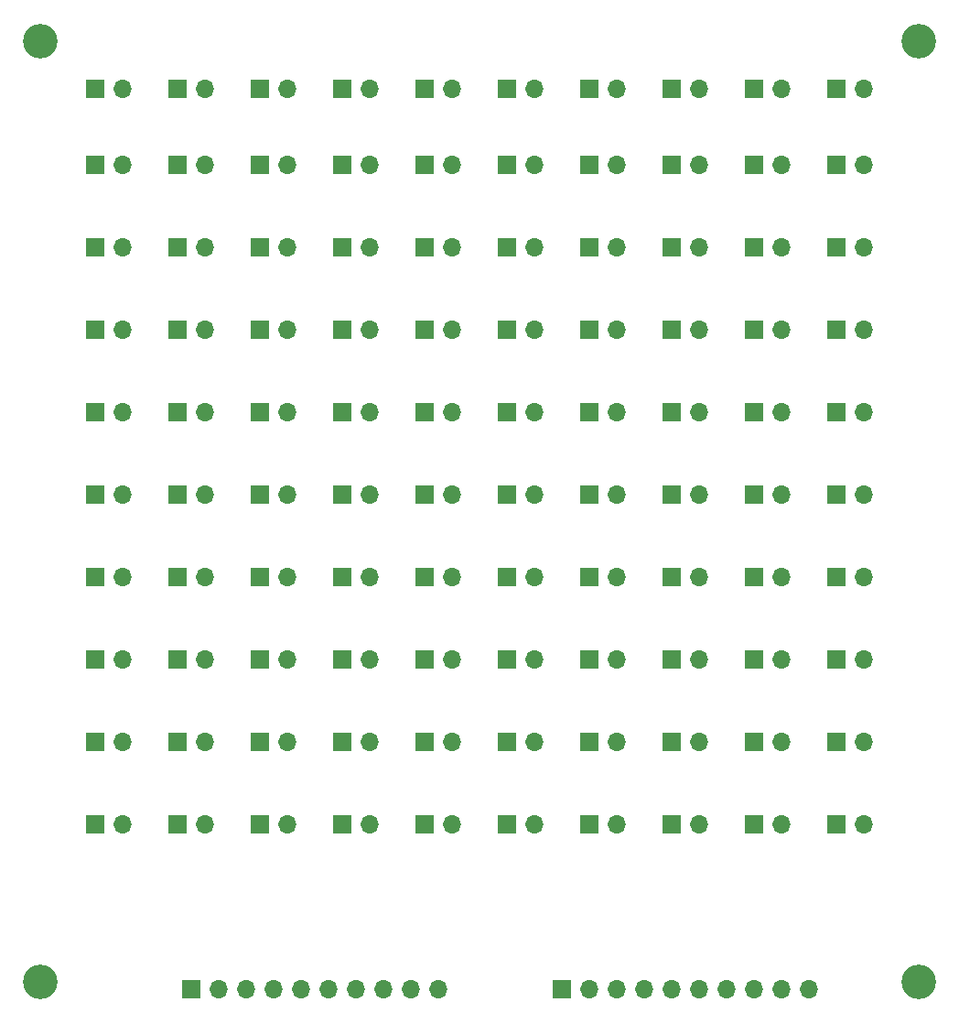
<source format=gbr>
%TF.GenerationSoftware,KiCad,Pcbnew,6.0.11+dfsg-1*%
%TF.CreationDate,2025-10-30T18:07:19+01:00*%
%TF.ProjectId,matrice,6d617472-6963-4652-9e6b-696361645f70,rev?*%
%TF.SameCoordinates,Original*%
%TF.FileFunction,Soldermask,Bot*%
%TF.FilePolarity,Negative*%
%FSLAX46Y46*%
G04 Gerber Fmt 4.6, Leading zero omitted, Abs format (unit mm)*
G04 Created by KiCad (PCBNEW 6.0.11+dfsg-1) date 2025-10-30 18:07:19*
%MOMM*%
%LPD*%
G01*
G04 APERTURE LIST*
%ADD10R,1.700000X1.700000*%
%ADD11O,1.700000X1.700000*%
%ADD12C,3.200000*%
G04 APERTURE END LIST*
D10*
%TO.C,REF\u002A\u002A*%
X139700000Y-60960000D03*
D11*
X142240000Y-60960000D03*
%TD*%
D10*
%TO.C,REF\u002A\u002A*%
X162540000Y-53950000D03*
D11*
X165080000Y-53950000D03*
%TD*%
D10*
%TO.C,REF\u002A\u002A*%
X109220000Y-68580000D03*
D11*
X111760000Y-68580000D03*
%TD*%
D10*
%TO.C,REF\u002A\u002A*%
X147320000Y-60960000D03*
D11*
X149860000Y-60960000D03*
%TD*%
D10*
%TO.C,REF\u002A\u002A*%
X101580000Y-99060000D03*
D11*
X104120000Y-99060000D03*
%TD*%
D10*
%TO.C,REF\u002A\u002A*%
X139700000Y-53950000D03*
D11*
X142240000Y-53950000D03*
%TD*%
D10*
%TO.C,REF\u002A\u002A*%
X170160000Y-99060000D03*
D11*
X172700000Y-99060000D03*
%TD*%
D10*
%TO.C,REF\u002A\u002A*%
X170160000Y-60960000D03*
D11*
X172700000Y-60960000D03*
%TD*%
D10*
%TO.C,REF\u002A\u002A*%
X124460000Y-68580000D03*
D11*
X127000000Y-68580000D03*
%TD*%
D10*
%TO.C,REF\u002A\u002A*%
X139700000Y-68580000D03*
D11*
X142240000Y-68580000D03*
%TD*%
D10*
%TO.C,REF\u002A\u002A*%
X109220000Y-83820000D03*
D11*
X111760000Y-83820000D03*
%TD*%
D10*
%TO.C,REF\u002A\u002A*%
X154920000Y-60960000D03*
D11*
X157460000Y-60960000D03*
%TD*%
D10*
%TO.C,REF\u002A\u002A*%
X109220000Y-99060000D03*
D11*
X111760000Y-99060000D03*
%TD*%
D10*
%TO.C,REF\u002A\u002A*%
X147320000Y-76200000D03*
D11*
X149860000Y-76200000D03*
%TD*%
D10*
%TO.C,REF\u002A\u002A*%
X109220000Y-91440000D03*
D11*
X111760000Y-91440000D03*
%TD*%
D10*
%TO.C,REF\u002A\u002A*%
X139700000Y-91440000D03*
D11*
X142240000Y-91440000D03*
%TD*%
D10*
%TO.C,REF\u002A\u002A*%
X109220000Y-114300000D03*
D11*
X111760000Y-114300000D03*
%TD*%
D10*
%TO.C,REF\u002A\u002A*%
X154920000Y-114300000D03*
D11*
X157460000Y-114300000D03*
%TD*%
D10*
%TO.C,REF\u002A\u002A*%
X101580000Y-53950000D03*
D11*
X104120000Y-53950000D03*
%TD*%
D10*
%TO.C,REF\u002A\u002A*%
X116820000Y-68580000D03*
D11*
X119360000Y-68580000D03*
%TD*%
D10*
%TO.C,REF\u002A\u002A*%
X170160000Y-76200000D03*
D11*
X172700000Y-76200000D03*
%TD*%
D10*
%TO.C,REF\u002A\u002A*%
X116820000Y-76200000D03*
D11*
X119360000Y-76200000D03*
%TD*%
D10*
%TO.C,REF\u002A\u002A*%
X116820000Y-121920000D03*
D11*
X119360000Y-121920000D03*
%TD*%
D10*
%TO.C,REF\u002A\u002A*%
X109220000Y-106680000D03*
D11*
X111760000Y-106680000D03*
%TD*%
D10*
%TO.C,REF\u002A\u002A*%
X132060000Y-121920000D03*
D11*
X134600000Y-121920000D03*
%TD*%
D12*
%TO.C,REF\u002A\u002A*%
X96520000Y-49530000D03*
%TD*%
D10*
%TO.C,REF\u002A\u002A*%
X147320000Y-114300000D03*
D11*
X149860000Y-114300000D03*
%TD*%
D10*
%TO.C,REF\u002A\u002A*%
X154920000Y-121920000D03*
D11*
X157460000Y-121920000D03*
%TD*%
D10*
%TO.C,REF\u002A\u002A*%
X139700000Y-99060000D03*
D11*
X142240000Y-99060000D03*
%TD*%
D10*
%TO.C,REF\u002A\u002A*%
X154920000Y-53950000D03*
D11*
X157460000Y-53950000D03*
%TD*%
D10*
%TO.C,REF\u002A\u002A*%
X147320000Y-83820000D03*
D11*
X149860000Y-83820000D03*
%TD*%
D10*
%TO.C,REF\u002A\u002A*%
X170160000Y-114300000D03*
D11*
X172700000Y-114300000D03*
%TD*%
D10*
%TO.C,REF\u002A\u002A*%
X139700000Y-83820000D03*
D11*
X142240000Y-83820000D03*
%TD*%
D10*
%TO.C,REF\u002A\u002A*%
X132060000Y-68580000D03*
D11*
X134600000Y-68580000D03*
%TD*%
D10*
%TO.C,REF\u002A\u002A*%
X147320000Y-121920000D03*
D11*
X149860000Y-121920000D03*
%TD*%
D10*
%TO.C,REF\u002A\u002A*%
X101580000Y-83820000D03*
D11*
X104120000Y-83820000D03*
%TD*%
D10*
%TO.C,REF\u002A\u002A*%
X147320000Y-53950000D03*
D11*
X149860000Y-53950000D03*
%TD*%
D12*
%TO.C,REF\u002A\u002A*%
X96520000Y-136525000D03*
%TD*%
D10*
%TO.C,REF\u002A\u002A*%
X170160000Y-106680000D03*
D11*
X172700000Y-106680000D03*
%TD*%
D10*
%TO.C,REF\u002A\u002A*%
X170160000Y-68580000D03*
D11*
X172700000Y-68580000D03*
%TD*%
D10*
%TO.C,REF\u002A\u002A*%
X132060000Y-91440000D03*
D11*
X134600000Y-91440000D03*
%TD*%
D10*
%TO.C,REF\u002A\u002A*%
X139700000Y-106680000D03*
D11*
X142240000Y-106680000D03*
%TD*%
D10*
%TO.C,REF\u002A\u002A*%
X124460000Y-121920000D03*
D11*
X127000000Y-121920000D03*
%TD*%
D10*
%TO.C,REF\u002A\u002A*%
X162540000Y-60960000D03*
D11*
X165080000Y-60960000D03*
%TD*%
D10*
%TO.C,REF\u002A\u002A*%
X162540000Y-76200000D03*
D11*
X165080000Y-76200000D03*
%TD*%
D10*
%TO.C,REF\u002A\u002A*%
X170160000Y-91440000D03*
D11*
X172700000Y-91440000D03*
%TD*%
D10*
%TO.C,REF\u002A\u002A*%
X109220000Y-121920000D03*
D11*
X111760000Y-121920000D03*
%TD*%
D10*
%TO.C,REF\u002A\u002A*%
X154920000Y-83820000D03*
D11*
X157460000Y-83820000D03*
%TD*%
D10*
%TO.C,REF\u002A\u002A*%
X170160000Y-83820000D03*
D11*
X172700000Y-83820000D03*
%TD*%
D10*
%TO.C,REF\u002A\u002A*%
X162540000Y-91440000D03*
D11*
X165080000Y-91440000D03*
%TD*%
D10*
%TO.C,REF\u002A\u002A*%
X132060000Y-53950000D03*
D11*
X134600000Y-53950000D03*
%TD*%
D10*
%TO.C,REF\u002A\u002A*%
X116820000Y-91440000D03*
D11*
X119360000Y-91440000D03*
%TD*%
D10*
%TO.C,REF\u002A\u002A*%
X124460000Y-83820000D03*
D11*
X127000000Y-83820000D03*
%TD*%
D10*
%TO.C,REF\u002A\u002A*%
X101580000Y-114300000D03*
D11*
X104120000Y-114300000D03*
%TD*%
D10*
%TO.C,REF\u002A\u002A*%
X109220000Y-60960000D03*
D11*
X111760000Y-60960000D03*
%TD*%
D10*
%TO.C,REF\u002A\u002A*%
X154920000Y-106680000D03*
D11*
X157460000Y-106680000D03*
%TD*%
D10*
%TO.C,REF\u002A\u002A*%
X147320000Y-91440000D03*
D11*
X149860000Y-91440000D03*
%TD*%
D10*
%TO.C,REF\u002A\u002A*%
X144810000Y-137135000D03*
D11*
X147350000Y-137135000D03*
X149890000Y-137135000D03*
X152430000Y-137135000D03*
X154970000Y-137135000D03*
X157510000Y-137135000D03*
X160050000Y-137135000D03*
X162590000Y-137135000D03*
X165130000Y-137135000D03*
X167670000Y-137135000D03*
%TD*%
D10*
%TO.C,REF\u002A\u002A*%
X147320000Y-68580000D03*
D11*
X149860000Y-68580000D03*
%TD*%
D10*
%TO.C,REF\u002A\u002A*%
X101580000Y-68580000D03*
D11*
X104120000Y-68580000D03*
%TD*%
D10*
%TO.C,REF\u002A\u002A*%
X147320000Y-99060000D03*
D11*
X149860000Y-99060000D03*
%TD*%
D10*
%TO.C,REF\u002A\u002A*%
X124460000Y-53950000D03*
D11*
X127000000Y-53950000D03*
%TD*%
D10*
%TO.C,REF\u002A\u002A*%
X154920000Y-76200000D03*
D11*
X157460000Y-76200000D03*
%TD*%
D10*
%TO.C,REF\u002A\u002A*%
X124460000Y-106680000D03*
D11*
X127000000Y-106680000D03*
%TD*%
D10*
%TO.C,REF\u002A\u002A*%
X154920000Y-91440000D03*
D11*
X157460000Y-91440000D03*
%TD*%
D10*
%TO.C,REF\u002A\u002A*%
X162540000Y-121920000D03*
D11*
X165080000Y-121920000D03*
%TD*%
D10*
%TO.C,REF\u002A\u002A*%
X116820000Y-60960000D03*
D11*
X119360000Y-60960000D03*
%TD*%
D10*
%TO.C,REF\u002A\u002A*%
X124460000Y-91440000D03*
D11*
X127000000Y-91440000D03*
%TD*%
D10*
%TO.C,REF\u002A\u002A*%
X162540000Y-99060000D03*
D11*
X165080000Y-99060000D03*
%TD*%
D10*
%TO.C,REF\u002A\u002A*%
X124460000Y-60960000D03*
D11*
X127000000Y-60960000D03*
%TD*%
D10*
%TO.C,REF\u002A\u002A*%
X162540000Y-114300000D03*
D11*
X165080000Y-114300000D03*
%TD*%
D10*
%TO.C,REF\u002A\u002A*%
X132060000Y-106680000D03*
D11*
X134600000Y-106680000D03*
%TD*%
D10*
%TO.C,REF\u002A\u002A*%
X170160000Y-53950000D03*
D11*
X172700000Y-53950000D03*
%TD*%
D10*
%TO.C,REF\u002A\u002A*%
X101580000Y-106680000D03*
D11*
X104120000Y-106680000D03*
%TD*%
D10*
%TO.C,REF\u002A\u002A*%
X132060000Y-83820000D03*
D11*
X134600000Y-83820000D03*
%TD*%
D10*
%TO.C,REF\u002A\u002A*%
X132060000Y-60960000D03*
D11*
X134600000Y-60960000D03*
%TD*%
D10*
%TO.C,REF\u002A\u002A*%
X116820000Y-106680000D03*
D11*
X119360000Y-106680000D03*
%TD*%
D10*
%TO.C,REF\u002A\u002A*%
X170160000Y-121920000D03*
D11*
X172700000Y-121920000D03*
%TD*%
D10*
%TO.C,REF\u002A\u002A*%
X101580000Y-91440000D03*
D11*
X104120000Y-91440000D03*
%TD*%
D10*
%TO.C,REF\u002A\u002A*%
X116820000Y-114300000D03*
D11*
X119360000Y-114300000D03*
%TD*%
D10*
%TO.C,REF\u002A\u002A*%
X139700000Y-114300000D03*
D11*
X142240000Y-114300000D03*
%TD*%
D10*
%TO.C,REF\u002A\u002A*%
X162540000Y-106680000D03*
D11*
X165080000Y-106680000D03*
%TD*%
D10*
%TO.C,REF\u002A\u002A*%
X124460000Y-99060000D03*
D11*
X127000000Y-99060000D03*
%TD*%
D10*
%TO.C,REF\u002A\u002A*%
X101580000Y-121920000D03*
D11*
X104120000Y-121920000D03*
%TD*%
D10*
%TO.C,REF\u002A\u002A*%
X132060000Y-99060000D03*
D11*
X134600000Y-99060000D03*
%TD*%
D10*
%TO.C,REF\u002A\u002A*%
X132060000Y-114300000D03*
D11*
X134600000Y-114300000D03*
%TD*%
D10*
%TO.C,REF\u002A\u002A*%
X109220000Y-76200000D03*
D11*
X111760000Y-76200000D03*
%TD*%
D10*
%TO.C,REF\u002A\u002A*%
X139700000Y-121920000D03*
D11*
X142240000Y-121920000D03*
%TD*%
D10*
%TO.C,REF\u002A\u002A*%
X162540000Y-68580000D03*
D11*
X165080000Y-68580000D03*
%TD*%
D10*
%TO.C,REF\u002A\u002A*%
X101580000Y-60960000D03*
D11*
X104120000Y-60960000D03*
%TD*%
D10*
%TO.C,REF\u002A\u002A*%
X162540000Y-83820000D03*
D11*
X165080000Y-83820000D03*
%TD*%
D12*
%TO.C,REF\u002A\u002A*%
X177800000Y-49530000D03*
%TD*%
D10*
%TO.C,REF\u002A\u002A*%
X147320000Y-106680000D03*
D11*
X149860000Y-106680000D03*
%TD*%
D10*
%TO.C,REF\u002A\u002A*%
X110520000Y-137135000D03*
D11*
X113060000Y-137135000D03*
X115600000Y-137135000D03*
X118140000Y-137135000D03*
X120680000Y-137135000D03*
X123220000Y-137135000D03*
X125760000Y-137135000D03*
X128300000Y-137135000D03*
X130840000Y-137135000D03*
X133380000Y-137135000D03*
%TD*%
D10*
%TO.C,REF\u002A\u002A*%
X116820000Y-99060000D03*
D11*
X119360000Y-99060000D03*
%TD*%
D10*
%TO.C,REF\u002A\u002A*%
X101580000Y-76200000D03*
D11*
X104120000Y-76200000D03*
%TD*%
D10*
%TO.C,REF\u002A\u002A*%
X109220000Y-53950000D03*
D11*
X111760000Y-53950000D03*
%TD*%
D10*
%TO.C,REF\u002A\u002A*%
X154920000Y-68580000D03*
D11*
X157460000Y-68580000D03*
%TD*%
D10*
%TO.C,REF\u002A\u002A*%
X116820000Y-53950000D03*
D11*
X119360000Y-53950000D03*
%TD*%
D10*
%TO.C,REF\u002A\u002A*%
X139700000Y-76200000D03*
D11*
X142240000Y-76200000D03*
%TD*%
D10*
%TO.C,REF\u002A\u002A*%
X124460000Y-76200000D03*
D11*
X127000000Y-76200000D03*
%TD*%
D12*
%TO.C,REF\u002A\u002A*%
X177800000Y-136525000D03*
%TD*%
D10*
%TO.C,REF\u002A\u002A*%
X116820000Y-83820000D03*
D11*
X119360000Y-83820000D03*
%TD*%
D10*
%TO.C,REF\u002A\u002A*%
X124460000Y-114300000D03*
D11*
X127000000Y-114300000D03*
%TD*%
D10*
%TO.C,REF\u002A\u002A*%
X132060000Y-76200000D03*
D11*
X134600000Y-76200000D03*
%TD*%
D10*
%TO.C,REF\u002A\u002A*%
X154920000Y-99060000D03*
D11*
X157460000Y-99060000D03*
%TD*%
M02*

</source>
